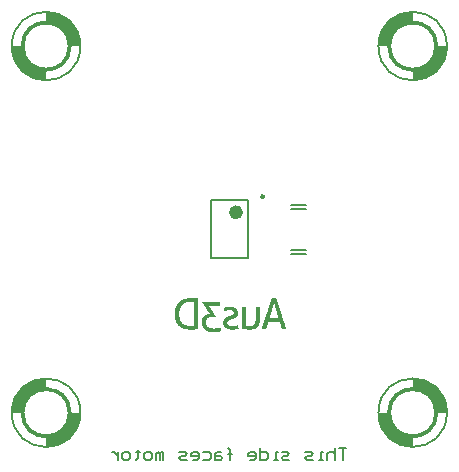
<source format=gbo>
G04 Layer_Color=32896*
%FSLAX44Y44*%
%MOMM*%
G71*
G01*
G75*
%ADD18C,0.2500*%
%ADD21C,0.2000*%
%ADD29C,0.6000*%
%ADD30C,0.1500*%
%ADD31C,0.3000*%
%ADD32C,0.1270*%
G36*
X24233Y-65855D02*
X24333Y-65871D01*
X24666D01*
X24733Y-65888D01*
X24833D01*
X25049Y-65905D01*
X25233Y-65938D01*
X25382Y-65955D01*
X25499D01*
X25599Y-65971D01*
X25682Y-65988D01*
X25732D01*
Y-66221D01*
Y-66405D01*
Y-66471D01*
Y-66521D01*
Y-66554D01*
Y-66571D01*
Y-66738D01*
Y-66888D01*
Y-66971D01*
Y-66988D01*
Y-67004D01*
Y-67271D01*
Y-67504D01*
Y-67688D01*
Y-67838D01*
Y-67937D01*
Y-68021D01*
Y-68054D01*
Y-68071D01*
Y-68137D01*
Y-68221D01*
Y-68421D01*
Y-68654D01*
Y-68904D01*
Y-69154D01*
Y-69354D01*
Y-69420D01*
Y-69487D01*
Y-69520D01*
Y-69537D01*
Y-69837D01*
Y-69987D01*
Y-70120D01*
Y-70237D01*
Y-70320D01*
Y-70387D01*
Y-70403D01*
Y-70803D01*
Y-71003D01*
Y-71187D01*
Y-71337D01*
Y-71453D01*
Y-71537D01*
Y-71570D01*
Y-71903D01*
Y-72236D01*
Y-72570D01*
Y-72886D01*
Y-73153D01*
Y-73269D01*
Y-73369D01*
Y-73436D01*
Y-73503D01*
Y-73536D01*
Y-73553D01*
Y-74003D01*
Y-74453D01*
Y-74919D01*
Y-75336D01*
Y-75519D01*
Y-75702D01*
Y-75852D01*
Y-75985D01*
Y-76102D01*
Y-76185D01*
Y-76235D01*
Y-76252D01*
X25716Y-76769D01*
X25699Y-77235D01*
X25666Y-77652D01*
X25633Y-78018D01*
X25616Y-78185D01*
X25599Y-78335D01*
Y-78451D01*
X25582Y-78551D01*
X25566Y-78635D01*
X25549Y-78701D01*
Y-78735D01*
Y-78751D01*
X25482Y-79151D01*
X25399Y-79535D01*
X25316Y-79868D01*
X25233Y-80151D01*
X25166Y-80384D01*
X25099Y-80568D01*
X25083Y-80634D01*
X25066Y-80684D01*
X25049Y-80701D01*
Y-80717D01*
X24916Y-81018D01*
X24783Y-81317D01*
X24649Y-81567D01*
X24516Y-81784D01*
X24399Y-81967D01*
X24316Y-82100D01*
X24249Y-82184D01*
X24233Y-82217D01*
X24049Y-82450D01*
X23866Y-82667D01*
X23700Y-82867D01*
X23533Y-83034D01*
X23400Y-83167D01*
X23283Y-83267D01*
X23216Y-83334D01*
X23183Y-83350D01*
X22950Y-83517D01*
X22733Y-83667D01*
X22517Y-83800D01*
X22317Y-83917D01*
X22150Y-84000D01*
X22017Y-84083D01*
X21933Y-84117D01*
X21900Y-84133D01*
X21367Y-84333D01*
X21117Y-84417D01*
X20884Y-84483D01*
X20700Y-84533D01*
X20550Y-84567D01*
X20450Y-84600D01*
X20417D01*
X20117Y-84650D01*
X19834Y-84700D01*
X19551Y-84733D01*
X19301Y-84767D01*
X19101Y-84800D01*
X18934Y-84817D01*
X18884D01*
X18834Y-84833D01*
X18801D01*
X18484Y-84850D01*
X18168Y-84867D01*
X17884Y-84883D01*
X17618D01*
X17385Y-84900D01*
X16718D01*
X16385Y-84883D01*
X16085D01*
X15802Y-84867D01*
X15568Y-84850D01*
X15385D01*
X15318Y-84833D01*
X15235D01*
X14902Y-84800D01*
X14585Y-84750D01*
X14285Y-84717D01*
X14019Y-84667D01*
X13786Y-84633D01*
X13619Y-84600D01*
X13552D01*
X13502Y-84583D01*
X13469D01*
X13136Y-84517D01*
X12836Y-84467D01*
X12552Y-84400D01*
X12319Y-84350D01*
X12103Y-84317D01*
X11953Y-84283D01*
X11853Y-84250D01*
X11819D01*
X11553Y-84183D01*
X11303Y-84117D01*
X11070Y-84050D01*
X10853Y-84000D01*
X10686Y-83967D01*
X10570Y-83933D01*
X10486Y-83900D01*
X10453D01*
Y-83700D01*
Y-83500D01*
Y-83334D01*
Y-83184D01*
Y-83050D01*
Y-82967D01*
Y-82900D01*
Y-82884D01*
Y-82584D01*
Y-82450D01*
Y-82334D01*
Y-82250D01*
Y-82167D01*
Y-82134D01*
Y-82117D01*
Y-81834D01*
Y-81584D01*
Y-81367D01*
Y-81201D01*
Y-81051D01*
Y-80968D01*
Y-80901D01*
Y-80884D01*
Y-80568D01*
Y-80401D01*
Y-80251D01*
Y-80134D01*
Y-80018D01*
Y-79951D01*
Y-79934D01*
Y-79784D01*
Y-79651D01*
Y-79568D01*
Y-79551D01*
Y-79535D01*
Y-79368D01*
Y-79218D01*
Y-79151D01*
Y-79101D01*
Y-79068D01*
Y-79051D01*
Y-78851D01*
Y-78651D01*
Y-78568D01*
Y-78501D01*
Y-78468D01*
Y-78451D01*
Y-78201D01*
Y-77952D01*
Y-77868D01*
Y-77785D01*
Y-77735D01*
Y-77718D01*
Y-77468D01*
Y-77202D01*
Y-76952D01*
Y-76719D01*
Y-76502D01*
Y-76352D01*
Y-76285D01*
Y-76235D01*
Y-76219D01*
Y-76202D01*
Y-75852D01*
Y-75502D01*
Y-75152D01*
Y-74836D01*
Y-74552D01*
Y-74436D01*
Y-74336D01*
Y-74253D01*
Y-74186D01*
Y-74153D01*
Y-74136D01*
Y-73569D01*
Y-72986D01*
Y-72403D01*
Y-72136D01*
Y-71870D01*
Y-71620D01*
Y-71403D01*
Y-71187D01*
Y-71020D01*
Y-70887D01*
Y-70770D01*
Y-70703D01*
Y-70687D01*
Y-69904D01*
Y-69104D01*
Y-68321D01*
Y-67937D01*
Y-67588D01*
Y-67254D01*
Y-66954D01*
Y-66671D01*
Y-66438D01*
Y-66255D01*
Y-66105D01*
Y-66021D01*
Y-65988D01*
X10603Y-65955D01*
X10736Y-65938D01*
X10836Y-65921D01*
X10870D01*
X11036Y-65905D01*
X11186D01*
X11253Y-65888D01*
X11336D01*
X11503Y-65871D01*
X11786D01*
X11936Y-65855D01*
X12069Y-65838D01*
X12369D01*
X12502Y-65855D01*
X12602Y-65871D01*
X12936D01*
X13052Y-65888D01*
X13086D01*
X13269Y-65905D01*
X13419D01*
X13519Y-65921D01*
X13552D01*
X13719Y-65938D01*
X13852Y-65971D01*
X13936Y-65988D01*
X13969D01*
Y-66171D01*
Y-66338D01*
Y-66488D01*
Y-66621D01*
Y-66721D01*
Y-66804D01*
Y-66854D01*
Y-66871D01*
Y-67121D01*
Y-67238D01*
Y-67338D01*
Y-67421D01*
Y-67488D01*
Y-67521D01*
Y-67538D01*
Y-67854D01*
Y-68137D01*
Y-68371D01*
Y-68537D01*
Y-68687D01*
Y-68771D01*
Y-68837D01*
Y-68854D01*
Y-69021D01*
Y-69237D01*
Y-69454D01*
Y-69670D01*
Y-69870D01*
Y-70037D01*
Y-70104D01*
Y-70154D01*
Y-70170D01*
Y-70187D01*
Y-70370D01*
Y-70537D01*
Y-70603D01*
Y-70654D01*
Y-70687D01*
Y-70703D01*
Y-70920D01*
Y-71120D01*
Y-71203D01*
Y-71270D01*
Y-71320D01*
Y-71337D01*
Y-71553D01*
Y-71770D01*
Y-71986D01*
Y-72186D01*
Y-72370D01*
Y-72503D01*
Y-72603D01*
Y-72620D01*
Y-72636D01*
Y-72936D01*
Y-73236D01*
Y-73536D01*
Y-73819D01*
Y-74053D01*
Y-74253D01*
Y-74319D01*
Y-74369D01*
Y-74402D01*
Y-74419D01*
Y-74919D01*
Y-75436D01*
Y-75935D01*
Y-76419D01*
Y-76635D01*
Y-76835D01*
Y-77002D01*
Y-77152D01*
Y-77285D01*
Y-77368D01*
Y-77435D01*
Y-77452D01*
Y-78135D01*
Y-78818D01*
Y-79501D01*
Y-79834D01*
Y-80134D01*
Y-80434D01*
Y-80684D01*
Y-80934D01*
Y-81134D01*
Y-81284D01*
Y-81417D01*
Y-81484D01*
Y-81517D01*
X14469Y-81651D01*
X14719Y-81701D01*
X14935Y-81734D01*
X15135Y-81767D01*
X15285Y-81801D01*
X15385Y-81817D01*
X15418D01*
X16002Y-81867D01*
X16285Y-81884D01*
X16552D01*
X16785Y-81901D01*
X17118D01*
X17551Y-81884D01*
X17751D01*
X17918Y-81867D01*
X18068D01*
X18168Y-81851D01*
X18268D01*
X18468Y-81817D01*
X18651Y-81784D01*
X18817Y-81751D01*
X18967Y-81717D01*
X19101Y-81701D01*
X19184Y-81667D01*
X19251Y-81651D01*
X19267D01*
X19601Y-81551D01*
X19751Y-81484D01*
X19884Y-81434D01*
X20001Y-81384D01*
X20084Y-81334D01*
X20134Y-81317D01*
X20150Y-81301D01*
X20417Y-81117D01*
X20550Y-81034D01*
X20650Y-80951D01*
X20734Y-80884D01*
X20800Y-80817D01*
X20850Y-80784D01*
X20867Y-80767D01*
X21084Y-80501D01*
X21267Y-80251D01*
X21334Y-80134D01*
X21384Y-80051D01*
X21417Y-80001D01*
X21433Y-79984D01*
X21600Y-79634D01*
X21667Y-79468D01*
X21734Y-79318D01*
X21767Y-79168D01*
X21800Y-79068D01*
X21833Y-79001D01*
Y-78968D01*
X21950Y-78535D01*
X21983Y-78318D01*
X22017Y-78118D01*
X22050Y-77952D01*
X22067Y-77818D01*
X22083Y-77735D01*
Y-77702D01*
X22117Y-77152D01*
X22133Y-76885D01*
Y-76635D01*
X22150Y-76419D01*
Y-76269D01*
Y-76202D01*
Y-76152D01*
Y-76135D01*
Y-76119D01*
Y-75885D01*
Y-75702D01*
Y-75635D01*
Y-75585D01*
Y-75552D01*
Y-75535D01*
Y-75352D01*
Y-75219D01*
Y-75119D01*
Y-75102D01*
Y-75086D01*
Y-74819D01*
Y-74602D01*
Y-74436D01*
Y-74286D01*
Y-74186D01*
Y-74103D01*
Y-74069D01*
Y-74053D01*
Y-73986D01*
Y-73903D01*
Y-73703D01*
Y-73469D01*
Y-73219D01*
Y-72986D01*
Y-72786D01*
Y-72720D01*
Y-72653D01*
Y-72620D01*
Y-72603D01*
Y-72320D01*
Y-72170D01*
Y-72036D01*
Y-71920D01*
Y-71837D01*
Y-71770D01*
Y-71753D01*
Y-71370D01*
Y-71170D01*
Y-71003D01*
Y-70853D01*
Y-70720D01*
Y-70654D01*
Y-70620D01*
Y-70287D01*
Y-69954D01*
Y-69620D01*
Y-69321D01*
Y-69054D01*
Y-68937D01*
Y-68837D01*
Y-68754D01*
Y-68704D01*
Y-68671D01*
Y-68654D01*
Y-68204D01*
Y-67754D01*
Y-67304D01*
Y-66888D01*
Y-66705D01*
Y-66521D01*
Y-66371D01*
Y-66238D01*
Y-66138D01*
Y-66055D01*
Y-66005D01*
Y-65988D01*
X22317Y-65955D01*
X22450Y-65938D01*
X22550Y-65921D01*
X22583D01*
X22750Y-65905D01*
X22900D01*
X23017Y-65888D01*
X23050D01*
X23233Y-65871D01*
X23550D01*
X23700Y-65855D01*
X23833Y-65838D01*
X24100D01*
X24233Y-65855D01*
D02*
G37*
G36*
X-8026Y-61372D02*
X-8009Y-61506D01*
X-7992Y-61606D01*
X-7976Y-61622D01*
Y-61639D01*
X-7959Y-61789D01*
Y-61922D01*
X-7942Y-62022D01*
Y-62039D01*
Y-62056D01*
X-7926Y-62222D01*
Y-62356D01*
X-7909Y-62456D01*
Y-62472D01*
Y-62489D01*
Y-62639D01*
Y-62755D01*
Y-62855D01*
Y-62872D01*
Y-62889D01*
Y-63189D01*
X-7926Y-63322D01*
Y-63455D01*
Y-63555D01*
X-7942Y-63639D01*
Y-63689D01*
Y-63705D01*
X-7976Y-63972D01*
X-7992Y-64105D01*
X-8009Y-64205D01*
X-8026Y-64305D01*
X-8042Y-64372D01*
X-8059Y-64422D01*
Y-64438D01*
X-17306D01*
X-16940Y-65022D01*
X-16573Y-65588D01*
X-16240Y-66138D01*
X-15907Y-66655D01*
X-15574Y-67171D01*
X-15274Y-67654D01*
X-14974Y-68137D01*
X-14674Y-68587D01*
X-14407Y-69021D01*
X-14141Y-69437D01*
X-13891Y-69837D01*
X-13641Y-70220D01*
X-13424Y-70570D01*
X-13208Y-70920D01*
X-12991Y-71237D01*
X-12808Y-71553D01*
X-12624Y-71837D01*
X-12441Y-72103D01*
X-12291Y-72353D01*
X-12141Y-72586D01*
X-12008Y-72803D01*
X-11875Y-72986D01*
X-11775Y-73169D01*
X-11675Y-73319D01*
X-11575Y-73469D01*
X-11508Y-73586D01*
X-11441Y-73686D01*
X-11391Y-73769D01*
X-11341Y-73836D01*
X-11308Y-73886D01*
X-11291Y-73903D01*
Y-73919D01*
X-11341Y-74003D01*
X-11375Y-74036D01*
Y-74053D01*
Y-74069D01*
X-11408Y-74103D01*
X-11441Y-74153D01*
X-11475Y-74219D01*
X-11525Y-74286D01*
X-11558Y-74352D01*
X-11575Y-74386D01*
X-11591Y-74402D01*
X-11858Y-74352D01*
X-12075Y-74303D01*
X-12175Y-74286D01*
X-12241D01*
X-12291Y-74269D01*
X-12308D01*
X-12591Y-74219D01*
X-12708Y-74202D01*
X-12824Y-74186D01*
X-12924D01*
X-12991Y-74169D01*
X-13058D01*
X-13324Y-74153D01*
X-13541D01*
X-13641Y-74136D01*
X-13774D01*
X-14041Y-74119D01*
X-14507D01*
X-14941Y-74136D01*
X-15340Y-74153D01*
X-15707Y-74202D01*
X-16023Y-74253D01*
X-16290Y-74303D01*
X-16390Y-74319D01*
X-16490Y-74336D01*
X-16557Y-74352D01*
X-16607Y-74369D01*
X-16640Y-74386D01*
X-16657D01*
X-17007Y-74503D01*
X-17323Y-74636D01*
X-17623Y-74769D01*
X-17873Y-74902D01*
X-18073Y-75019D01*
X-18240Y-75119D01*
X-18340Y-75186D01*
X-18373Y-75202D01*
X-18640Y-75419D01*
X-18856Y-75635D01*
X-19039Y-75869D01*
X-19206Y-76085D01*
X-19323Y-76269D01*
X-19406Y-76435D01*
X-19456Y-76535D01*
X-19473Y-76552D01*
Y-76569D01*
X-19606Y-76885D01*
X-19689Y-77218D01*
X-19756Y-77552D01*
X-19806Y-77852D01*
X-19839Y-78118D01*
Y-78235D01*
X-19856Y-78335D01*
Y-78401D01*
Y-78468D01*
Y-78501D01*
Y-78518D01*
Y-78785D01*
X-19839Y-79051D01*
X-19806Y-79285D01*
X-19789Y-79485D01*
X-19756Y-79668D01*
X-19723Y-79784D01*
X-19706Y-79868D01*
Y-79901D01*
X-19656Y-80118D01*
X-19589Y-80334D01*
X-19539Y-80518D01*
X-19473Y-80684D01*
X-19406Y-80834D01*
X-19373Y-80934D01*
X-19339Y-81001D01*
X-19323Y-81018D01*
X-19223Y-81201D01*
X-19123Y-81384D01*
X-19006Y-81534D01*
X-18923Y-81684D01*
X-18839Y-81784D01*
X-18773Y-81884D01*
X-18723Y-81934D01*
X-18706Y-81951D01*
X-18440Y-82250D01*
X-18306Y-82384D01*
X-18173Y-82484D01*
X-18073Y-82584D01*
X-17990Y-82650D01*
X-17923Y-82684D01*
X-17906Y-82700D01*
X-17573Y-82934D01*
X-17407Y-83034D01*
X-17257Y-83100D01*
X-17140Y-83167D01*
X-17023Y-83217D01*
X-16957Y-83250D01*
X-16940Y-83267D01*
X-16557Y-83417D01*
X-16373Y-83483D01*
X-16190Y-83533D01*
X-16040Y-83583D01*
X-15924Y-83617D01*
X-15857Y-83650D01*
X-15824D01*
X-15374Y-83733D01*
X-15157Y-83783D01*
X-14974Y-83800D01*
X-14807Y-83833D01*
X-14691Y-83850D01*
X-14607Y-83867D01*
X-14574D01*
X-14107Y-83900D01*
X-13874Y-83917D01*
X-13674D01*
X-13491Y-83933D01*
X-12941D01*
X-12658Y-83917D01*
X-12408D01*
X-12175Y-83900D01*
X-11975Y-83883D01*
X-11841D01*
X-11741Y-83867D01*
X-11708D01*
X-11441Y-83833D01*
X-11191Y-83800D01*
X-10975Y-83767D01*
X-10758Y-83733D01*
X-10592Y-83700D01*
X-10475Y-83667D01*
X-10392Y-83650D01*
X-10358D01*
X-9892Y-83517D01*
X-9692Y-83467D01*
X-9509Y-83417D01*
X-9342Y-83367D01*
X-9225Y-83334D01*
X-9159Y-83300D01*
X-9125D01*
X-8692Y-83150D01*
X-8492Y-83084D01*
X-8309Y-83017D01*
X-8159Y-82967D01*
X-8042Y-82917D01*
X-7976Y-82900D01*
X-7942Y-82884D01*
X-7792Y-83150D01*
X-7726Y-83284D01*
X-7676Y-83384D01*
X-7626Y-83483D01*
X-7592Y-83550D01*
X-7576Y-83600D01*
X-7559Y-83617D01*
X-7442Y-83883D01*
X-7392Y-84017D01*
X-7342Y-84133D01*
X-7292Y-84233D01*
X-7276Y-84300D01*
X-7243Y-84350D01*
Y-84367D01*
X-7143Y-84633D01*
X-7092Y-84767D01*
X-7059Y-84883D01*
X-7026Y-84983D01*
X-6992Y-85066D01*
X-6976Y-85116D01*
Y-85133D01*
X-6909Y-85416D01*
X-6892Y-85550D01*
X-6859Y-85666D01*
X-6843Y-85766D01*
Y-85850D01*
X-6826Y-85899D01*
Y-85916D01*
X-7392Y-86133D01*
X-7659Y-86216D01*
X-7892Y-86299D01*
X-8092Y-86366D01*
X-8259Y-86399D01*
X-8359Y-86433D01*
X-8375Y-86449D01*
X-8392D01*
X-8959Y-86599D01*
X-9225Y-86666D01*
X-9475Y-86716D01*
X-9675Y-86749D01*
X-9842Y-86783D01*
X-9942Y-86816D01*
X-9975D01*
X-10558Y-86899D01*
X-10841Y-86949D01*
X-11092Y-86966D01*
X-11291Y-86999D01*
X-11458Y-87016D01*
X-11525D01*
X-11575Y-87033D01*
X-11608D01*
X-11925Y-87049D01*
X-12241Y-87066D01*
X-12541Y-87083D01*
X-12808D01*
X-13024Y-87099D01*
X-13741D01*
X-14107Y-87083D01*
X-14457Y-87066D01*
X-14757Y-87033D01*
X-15007Y-87016D01*
X-15107D01*
X-15207Y-86999D01*
X-15274D01*
X-15324Y-86983D01*
X-15374D01*
X-15740Y-86916D01*
X-16090Y-86849D01*
X-16407Y-86783D01*
X-16690Y-86733D01*
X-16940Y-86666D01*
X-17123Y-86616D01*
X-17190Y-86599D01*
X-17240D01*
X-17257Y-86583D01*
X-17273D01*
X-17607Y-86483D01*
X-17923Y-86366D01*
X-18223Y-86250D01*
X-18490Y-86150D01*
X-18706Y-86049D01*
X-18873Y-85983D01*
X-18923Y-85949D01*
X-18973Y-85933D01*
X-18989Y-85916D01*
X-19006D01*
X-19289Y-85766D01*
X-19573Y-85600D01*
X-19823Y-85433D01*
X-20056Y-85283D01*
X-20239Y-85150D01*
X-20389Y-85050D01*
X-20472Y-84966D01*
X-20506Y-84950D01*
X-20756Y-84733D01*
X-20989Y-84517D01*
X-21189Y-84317D01*
X-21372Y-84133D01*
X-21522Y-83967D01*
X-21639Y-83833D01*
X-21722Y-83750D01*
X-21739Y-83717D01*
X-21922Y-83450D01*
X-22105Y-83184D01*
X-22255Y-82917D01*
X-22405Y-82684D01*
X-22505Y-82484D01*
X-22605Y-82317D01*
X-22638Y-82267D01*
X-22655Y-82217D01*
X-22672Y-82200D01*
Y-82184D01*
X-22822Y-81867D01*
X-22938Y-81534D01*
X-23038Y-81217D01*
X-23138Y-80934D01*
X-23205Y-80701D01*
X-23222Y-80584D01*
X-23255Y-80501D01*
X-23272Y-80434D01*
Y-80384D01*
X-23288Y-80351D01*
Y-80334D01*
X-23355Y-79951D01*
X-23405Y-79584D01*
X-23438Y-79218D01*
X-23472Y-78885D01*
Y-78601D01*
X-23488Y-78485D01*
Y-78385D01*
Y-78302D01*
Y-78235D01*
Y-78201D01*
Y-78185D01*
X-23472Y-77752D01*
X-23455Y-77568D01*
X-23438Y-77385D01*
X-23422Y-77252D01*
X-23405Y-77135D01*
X-23388Y-77052D01*
Y-77035D01*
X-23305Y-76602D01*
X-23255Y-76402D01*
X-23205Y-76235D01*
X-23155Y-76085D01*
X-23122Y-75969D01*
X-23105Y-75902D01*
X-23088Y-75869D01*
X-22922Y-75452D01*
X-22838Y-75252D01*
X-22755Y-75086D01*
X-22672Y-74952D01*
X-22622Y-74852D01*
X-22589Y-74769D01*
X-22572Y-74752D01*
X-22455Y-74552D01*
X-22339Y-74369D01*
X-22222Y-74186D01*
X-22105Y-74053D01*
X-22022Y-73919D01*
X-21939Y-73836D01*
X-21889Y-73769D01*
X-21872Y-73753D01*
X-21556Y-73403D01*
X-21405Y-73253D01*
X-21272Y-73136D01*
X-21139Y-73019D01*
X-21039Y-72936D01*
X-20972Y-72886D01*
X-20956Y-72870D01*
X-20572Y-72603D01*
X-20389Y-72486D01*
X-20206Y-72386D01*
X-20056Y-72303D01*
X-19939Y-72236D01*
X-19873Y-72203D01*
X-19839Y-72186D01*
X-19356Y-72003D01*
X-19123Y-71920D01*
X-18923Y-71870D01*
X-18740Y-71820D01*
X-18606Y-71786D01*
X-18506Y-71753D01*
X-18473D01*
X-17923Y-71670D01*
X-17657Y-71637D01*
X-17407Y-71620D01*
X-17190Y-71603D01*
X-16473D01*
X-16390Y-71620D01*
X-16357Y-71637D01*
X-16340D01*
X-16740Y-71020D01*
X-17140Y-70420D01*
X-17523Y-69854D01*
X-17890Y-69304D01*
X-18240Y-68771D01*
X-18573Y-68254D01*
X-18906Y-67754D01*
X-19223Y-67271D01*
X-19523Y-66821D01*
X-19806Y-66371D01*
X-20089Y-65955D01*
X-20356Y-65555D01*
X-20606Y-65171D01*
X-20839Y-64822D01*
X-21056Y-64472D01*
X-21272Y-64155D01*
X-21472Y-63855D01*
X-21655Y-63572D01*
X-21839Y-63305D01*
X-21989Y-63055D01*
X-22139Y-62839D01*
X-22272Y-62639D01*
X-22405Y-62439D01*
X-22505Y-62272D01*
X-22605Y-62139D01*
X-22689Y-62006D01*
X-22755Y-61906D01*
X-22822Y-61806D01*
X-22872Y-61739D01*
X-22888Y-61689D01*
X-22922Y-61672D01*
Y-61656D01*
X-22805Y-61473D01*
X-22722Y-61339D01*
X-22672Y-61256D01*
X-22655Y-61239D01*
X-8059D01*
X-8026Y-61372D01*
D02*
G37*
G36*
X-126200Y-160000D02*
X-127250Y-162350D01*
X-127900Y-166250D01*
X-129850Y-168200D01*
Y-170150D01*
X-134400Y-174700D01*
Y-175350D01*
X-138950Y-179900D01*
X-140900D01*
X-142850Y-181850D01*
X-145450D01*
X-147400Y-183800D01*
X-151950D01*
X-152600Y-184450D01*
X-155200D01*
Y-175350D01*
X-151950D01*
X-150650Y-174050D01*
X-146750D01*
X-142850Y-170150D01*
X-142200D01*
X-137650Y-165600D01*
Y-164300D01*
X-135700Y-162350D01*
Y-155700D01*
X-135200Y-155200D01*
X-126200D01*
Y-160000D01*
D02*
G37*
G36*
X-31320Y-58190D02*
X-31020D01*
X-30703Y-58207D01*
X-30387Y-58223D01*
X-30087Y-58240D01*
X-29837Y-58257D01*
X-29603Y-58273D01*
X-29437D01*
X-29370Y-58290D01*
X-29287D01*
X-28987Y-58307D01*
X-28704Y-58340D01*
X-28454Y-58357D01*
X-28237Y-58373D01*
X-28070Y-58390D01*
X-27937Y-58407D01*
X-27854Y-58423D01*
X-27820D01*
X-27337Y-58473D01*
X-27121Y-58490D01*
X-26904Y-58507D01*
X-26737Y-58523D01*
X-26604Y-58540D01*
X-26521Y-58557D01*
X-26321D01*
Y-58857D01*
Y-59140D01*
Y-59390D01*
Y-59606D01*
Y-59790D01*
Y-59906D01*
Y-59990D01*
Y-60023D01*
Y-60256D01*
Y-60456D01*
Y-60656D01*
Y-60823D01*
Y-60956D01*
Y-61056D01*
Y-61123D01*
Y-61139D01*
Y-61556D01*
Y-61906D01*
Y-62206D01*
Y-62456D01*
Y-62656D01*
Y-62789D01*
Y-62872D01*
Y-62905D01*
Y-63139D01*
Y-63372D01*
Y-63605D01*
Y-63822D01*
Y-64022D01*
Y-64172D01*
Y-64272D01*
Y-64288D01*
Y-64305D01*
Y-64505D01*
Y-64688D01*
Y-64755D01*
Y-64822D01*
Y-64855D01*
Y-64872D01*
Y-65105D01*
Y-65338D01*
Y-65422D01*
Y-65505D01*
Y-65555D01*
Y-65571D01*
Y-65871D01*
Y-66005D01*
Y-66138D01*
Y-66255D01*
Y-66338D01*
Y-66405D01*
Y-66421D01*
Y-66788D01*
Y-66971D01*
Y-67138D01*
Y-67288D01*
Y-67404D01*
Y-67471D01*
Y-67504D01*
Y-67871D01*
Y-68237D01*
Y-68604D01*
Y-68954D01*
Y-69254D01*
Y-69387D01*
Y-69487D01*
Y-69587D01*
Y-69654D01*
Y-69687D01*
Y-69704D01*
Y-70187D01*
Y-70703D01*
Y-71187D01*
Y-71637D01*
Y-71853D01*
Y-72036D01*
Y-72203D01*
Y-72353D01*
Y-72470D01*
Y-72570D01*
Y-72620D01*
Y-72636D01*
Y-73036D01*
Y-73469D01*
Y-74319D01*
Y-75169D01*
Y-75569D01*
Y-75952D01*
Y-76319D01*
Y-76652D01*
Y-76935D01*
Y-77202D01*
Y-77402D01*
Y-77552D01*
Y-77652D01*
Y-77668D01*
Y-77685D01*
Y-78235D01*
Y-78801D01*
Y-79968D01*
Y-80534D01*
Y-81101D01*
Y-81651D01*
Y-82167D01*
Y-82650D01*
Y-83084D01*
Y-83483D01*
Y-83817D01*
Y-83967D01*
Y-84083D01*
Y-84200D01*
Y-84300D01*
Y-84367D01*
Y-84417D01*
Y-84450D01*
Y-84467D01*
X-26787Y-84533D01*
X-27004Y-84567D01*
X-27221Y-84583D01*
X-27387Y-84600D01*
X-27537Y-84616D01*
X-27621Y-84633D01*
X-27654D01*
X-28187Y-84683D01*
X-28454Y-84700D01*
X-28687Y-84717D01*
X-28887Y-84733D01*
X-29053Y-84750D01*
X-29104Y-84767D01*
X-29187D01*
X-29487Y-84800D01*
X-29787Y-84817D01*
X-30070Y-84833D01*
X-30320Y-84850D01*
X-30536Y-84867D01*
X-30703Y-84883D01*
X-31170D01*
X-31470Y-84900D01*
X-32536D01*
X-33169Y-84883D01*
X-33769Y-84867D01*
X-34352Y-84817D01*
X-34902Y-84767D01*
X-35435Y-84717D01*
X-35918Y-84633D01*
X-36385Y-84567D01*
X-36802Y-84483D01*
X-37185Y-84417D01*
X-37518Y-84333D01*
X-37818Y-84267D01*
X-38068Y-84217D01*
X-38251Y-84150D01*
X-38401Y-84117D01*
X-38484Y-84100D01*
X-38518Y-84083D01*
X-38984Y-83917D01*
X-39434Y-83750D01*
X-39867Y-83550D01*
X-40267Y-83350D01*
X-40651Y-83150D01*
X-41000Y-82950D01*
X-41317Y-82734D01*
X-41617Y-82550D01*
X-41884Y-82351D01*
X-42117Y-82184D01*
X-42317Y-82017D01*
X-42483Y-81884D01*
X-42617Y-81767D01*
X-42700Y-81684D01*
X-42767Y-81634D01*
X-42783Y-81617D01*
X-43100Y-81301D01*
X-43400Y-80968D01*
X-43667Y-80634D01*
X-43916Y-80284D01*
X-44150Y-79934D01*
X-44366Y-79584D01*
X-44566Y-79251D01*
X-44733Y-78935D01*
X-44883Y-78635D01*
X-45016Y-78351D01*
X-45133Y-78102D01*
X-45216Y-77885D01*
X-45299Y-77718D01*
X-45349Y-77585D01*
X-45366Y-77502D01*
X-45383Y-77468D01*
X-45533Y-76985D01*
X-45666Y-76485D01*
X-45783Y-75985D01*
X-45883Y-75486D01*
X-45966Y-74986D01*
X-46033Y-74503D01*
X-46099Y-74019D01*
X-46149Y-73569D01*
X-46182Y-73153D01*
X-46199Y-72770D01*
X-46216Y-72436D01*
X-46233Y-72136D01*
X-46249Y-71903D01*
Y-71803D01*
Y-71720D01*
Y-71653D01*
Y-71603D01*
Y-71586D01*
Y-71570D01*
X-46233Y-70970D01*
X-46216Y-70387D01*
X-46166Y-69837D01*
X-46116Y-69304D01*
X-46049Y-68804D01*
X-45982Y-68321D01*
X-45899Y-67888D01*
X-45833Y-67488D01*
X-45749Y-67121D01*
X-45666Y-66788D01*
X-45599Y-66505D01*
X-45533Y-66271D01*
X-45483Y-66088D01*
X-45433Y-65955D01*
X-45416Y-65871D01*
X-45399Y-65838D01*
X-45233Y-65388D01*
X-45049Y-64955D01*
X-44850Y-64538D01*
X-44650Y-64138D01*
X-44433Y-63772D01*
X-44233Y-63422D01*
X-44016Y-63105D01*
X-43816Y-62806D01*
X-43616Y-62539D01*
X-43450Y-62306D01*
X-43283Y-62106D01*
X-43150Y-61939D01*
X-43033Y-61806D01*
X-42933Y-61706D01*
X-42883Y-61639D01*
X-42867Y-61622D01*
X-42533Y-61306D01*
X-42200Y-61006D01*
X-41850Y-60739D01*
X-41484Y-60489D01*
X-41134Y-60256D01*
X-40784Y-60040D01*
X-40434Y-59856D01*
X-40117Y-59673D01*
X-39801Y-59523D01*
X-39534Y-59406D01*
X-39268Y-59290D01*
X-39051Y-59206D01*
X-38884Y-59123D01*
X-38751Y-59073D01*
X-38668Y-59056D01*
X-38634Y-59040D01*
X-38151Y-58890D01*
X-37651Y-58756D01*
X-37135Y-58640D01*
X-36635Y-58540D01*
X-36118Y-58457D01*
X-35635Y-58390D01*
X-35152Y-58323D01*
X-34702Y-58273D01*
X-34286Y-58240D01*
X-33902Y-58223D01*
X-33552Y-58207D01*
X-33252Y-58190D01*
X-33019Y-58173D01*
X-31536D01*
X-31320Y-58190D01*
D02*
G37*
G36*
X1039Y-65588D02*
X1589Y-65621D01*
X1855Y-65655D01*
X2105Y-65688D01*
X2322Y-65721D01*
X2538Y-65738D01*
X2722Y-65771D01*
X2888Y-65805D01*
X3038Y-65838D01*
X3155Y-65871D01*
X3255Y-65888D01*
X3322Y-65905D01*
X3372Y-65921D01*
X3388D01*
X3855Y-66071D01*
X4271Y-66238D01*
X4638Y-66421D01*
X4954Y-66604D01*
X5204Y-66754D01*
X5304Y-66821D01*
X5388Y-66888D01*
X5471Y-66938D01*
X5521Y-66971D01*
X5538Y-66988D01*
X5554Y-67004D01*
X5871Y-67288D01*
X6137Y-67571D01*
X6354Y-67854D01*
X6537Y-68121D01*
X6687Y-68354D01*
X6787Y-68537D01*
X6821Y-68604D01*
X6854Y-68654D01*
X6871Y-68687D01*
Y-68704D01*
X7021Y-69071D01*
X7121Y-69454D01*
X7204Y-69820D01*
X7254Y-70170D01*
X7287Y-70454D01*
Y-70587D01*
X7304Y-70687D01*
Y-70787D01*
Y-70853D01*
Y-70887D01*
Y-70903D01*
X7287Y-71237D01*
X7271Y-71537D01*
X7221Y-71803D01*
X7171Y-72053D01*
X7137Y-72253D01*
X7087Y-72386D01*
X7071Y-72486D01*
X7054Y-72503D01*
Y-72520D01*
X6937Y-72786D01*
X6821Y-73036D01*
X6687Y-73253D01*
X6554Y-73436D01*
X6437Y-73586D01*
X6337Y-73703D01*
X6271Y-73769D01*
X6254Y-73803D01*
X6054Y-74003D01*
X5821Y-74186D01*
X5604Y-74352D01*
X5388Y-74503D01*
X5188Y-74636D01*
X5038Y-74736D01*
X4938Y-74802D01*
X4921Y-74819D01*
X4904D01*
X4571Y-75002D01*
X4238Y-75169D01*
X3905Y-75336D01*
X3588Y-75469D01*
X3322Y-75569D01*
X3205Y-75619D01*
X3105Y-75669D01*
X3038Y-75686D01*
X2972Y-75719D01*
X2938Y-75736D01*
X2922D01*
X2788Y-75785D01*
X2672Y-75835D01*
X2605Y-75852D01*
X2572Y-75869D01*
X2538Y-75885D01*
X2522Y-75902D01*
X2488D01*
X2422Y-75935D01*
X2288Y-75985D01*
X2122Y-76052D01*
X1955Y-76102D01*
X1805Y-76169D01*
X1689Y-76202D01*
X1672Y-76219D01*
X1655D01*
X1405Y-76302D01*
X1189Y-76369D01*
X1089Y-76385D01*
X1022Y-76419D01*
X989Y-76435D01*
X972D01*
X739Y-76519D01*
X539Y-76585D01*
X472Y-76602D01*
X406Y-76635D01*
X372Y-76652D01*
X356D01*
X139Y-76752D01*
X-28Y-76835D01*
X-94Y-76869D01*
X-144Y-76902D01*
X-161Y-76919D01*
X-178D01*
X-361Y-77035D01*
X-527Y-77119D01*
X-594Y-77168D01*
X-644Y-77185D01*
X-661Y-77218D01*
X-677D01*
X-844Y-77352D01*
X-961Y-77468D01*
X-1044Y-77552D01*
X-1077Y-77568D01*
Y-77585D01*
X-1211Y-77735D01*
X-1311Y-77868D01*
X-1377Y-77985D01*
X-1394Y-78002D01*
Y-78018D01*
X-1494Y-78185D01*
X-1561Y-78351D01*
X-1577Y-78435D01*
X-1594Y-78485D01*
X-1611Y-78518D01*
Y-78535D01*
X-1644Y-78768D01*
X-1661Y-78985D01*
Y-79085D01*
Y-79151D01*
Y-79201D01*
Y-79218D01*
X-1644Y-79451D01*
X-1627Y-79651D01*
X-1611Y-79718D01*
Y-79784D01*
X-1594Y-79818D01*
Y-79834D01*
X-1511Y-80051D01*
X-1427Y-80218D01*
X-1394Y-80284D01*
X-1361Y-80318D01*
X-1344Y-80351D01*
X-1327Y-80368D01*
X-1194Y-80551D01*
X-1061Y-80717D01*
X-1011Y-80784D01*
X-961Y-80834D01*
X-944Y-80851D01*
X-927Y-80868D01*
X-761Y-81034D01*
X-594Y-81151D01*
X-527Y-81201D01*
X-477Y-81234D01*
X-444Y-81267D01*
X-428D01*
X-211Y-81384D01*
X-11Y-81484D01*
X72Y-81517D01*
X139Y-81551D01*
X172Y-81567D01*
X189D01*
X439Y-81667D01*
X655Y-81734D01*
X755Y-81767D01*
X822Y-81784D01*
X872Y-81801D01*
X889D01*
X1172Y-81867D01*
X1305Y-81884D01*
X1422Y-81901D01*
X1522Y-81917D01*
X1605Y-81934D01*
X1672D01*
X1955Y-81951D01*
X2088D01*
X2222Y-81967D01*
X2472D01*
X2905Y-81951D01*
X3088D01*
X3271Y-81934D01*
X3422D01*
X3538Y-81917D01*
X3638D01*
X4071Y-81867D01*
X4255Y-81834D01*
X4438Y-81817D01*
X4588Y-81784D01*
X4705Y-81767D01*
X4771Y-81751D01*
X4805D01*
X5221Y-81651D01*
X5421Y-81601D01*
X5588Y-81567D01*
X5721Y-81534D01*
X5821Y-81501D01*
X5904Y-81484D01*
X5921D01*
X6304Y-81351D01*
X6487Y-81301D01*
X6637Y-81234D01*
X6771Y-81184D01*
X6871Y-81151D01*
X6937Y-81134D01*
X6954Y-81117D01*
X7054Y-81384D01*
X7104Y-81517D01*
X7137Y-81617D01*
X7171Y-81717D01*
X7204Y-81784D01*
X7221Y-81834D01*
Y-81851D01*
X7321Y-82117D01*
X7354Y-82234D01*
X7387Y-82351D01*
X7420Y-82434D01*
X7454Y-82500D01*
X7470Y-82550D01*
Y-82567D01*
X7554Y-82850D01*
X7587Y-82967D01*
X7620Y-83084D01*
X7637Y-83184D01*
X7654Y-83250D01*
X7670Y-83300D01*
Y-83317D01*
X7720Y-83583D01*
X7737Y-83800D01*
X7754Y-83900D01*
X7770Y-83967D01*
Y-84017D01*
Y-84033D01*
X7354Y-84183D01*
X7154Y-84233D01*
X6987Y-84283D01*
X6821Y-84333D01*
X6704Y-84367D01*
X6637Y-84383D01*
X6604D01*
X6154Y-84500D01*
X5954Y-84550D01*
X5754Y-84583D01*
X5588Y-84616D01*
X5471Y-84650D01*
X5388Y-84667D01*
X5354D01*
X4854Y-84750D01*
X4621Y-84783D01*
X4405Y-84800D01*
X4221Y-84833D01*
X4088D01*
X3988Y-84850D01*
X3955D01*
X3372Y-84883D01*
X3105D01*
X2855Y-84900D01*
X2022D01*
X1722Y-84883D01*
X1439Y-84867D01*
X1205Y-84850D01*
X1005Y-84833D01*
X856Y-84817D01*
X755Y-84800D01*
X722D01*
X439Y-84750D01*
X156Y-84700D01*
X-94Y-84650D01*
X-311Y-84583D01*
X-494Y-84533D01*
X-644Y-84500D01*
X-728Y-84483D01*
X-761Y-84467D01*
X-1027Y-84383D01*
X-1261Y-84300D01*
X-1494Y-84200D01*
X-1677Y-84133D01*
X-1844Y-84050D01*
X-1961Y-84000D01*
X-2027Y-83967D01*
X-2060Y-83950D01*
X-2277Y-83833D01*
X-2494Y-83717D01*
X-2677Y-83600D01*
X-2844Y-83500D01*
X-2977Y-83400D01*
X-3077Y-83334D01*
X-3144Y-83284D01*
X-3160Y-83267D01*
X-3343Y-83117D01*
X-3527Y-82967D01*
X-3677Y-82817D01*
X-3810Y-82684D01*
X-3910Y-82584D01*
X-3993Y-82500D01*
X-4043Y-82434D01*
X-4060Y-82417D01*
X-4310Y-82051D01*
X-4426Y-81884D01*
X-4527Y-81734D01*
X-4593Y-81601D01*
X-4660Y-81484D01*
X-4693Y-81417D01*
X-4710Y-81401D01*
X-4893Y-80984D01*
X-4960Y-80784D01*
X-5010Y-80601D01*
X-5060Y-80451D01*
X-5093Y-80334D01*
X-5110Y-80268D01*
Y-80234D01*
X-5193Y-79768D01*
X-5210Y-79551D01*
X-5226Y-79368D01*
X-5243Y-79201D01*
Y-79068D01*
Y-78985D01*
Y-78951D01*
Y-78735D01*
X-5226Y-78535D01*
X-5210Y-78351D01*
X-5193Y-78185D01*
X-5176Y-78052D01*
X-5160Y-77935D01*
X-5143Y-77868D01*
Y-77852D01*
X-5076Y-77502D01*
X-5043Y-77335D01*
X-5010Y-77202D01*
X-4960Y-77085D01*
X-4943Y-76985D01*
X-4910Y-76935D01*
Y-76919D01*
X-4760Y-76619D01*
X-4693Y-76485D01*
X-4627Y-76369D01*
X-4577Y-76269D01*
X-4527Y-76202D01*
X-4510Y-76152D01*
X-4493Y-76135D01*
X-4326Y-75885D01*
X-4177Y-75686D01*
X-4110Y-75602D01*
X-4060Y-75535D01*
X-4027Y-75502D01*
X-4010Y-75486D01*
X-3793Y-75269D01*
X-3593Y-75102D01*
X-3510Y-75036D01*
X-3443Y-74986D01*
X-3410Y-74952D01*
X-3393Y-74936D01*
X-3144Y-74752D01*
X-2910Y-74602D01*
X-2810Y-74552D01*
X-2727Y-74503D01*
X-2677Y-74486D01*
X-2660Y-74469D01*
X-2377Y-74336D01*
X-2244Y-74269D01*
X-2110Y-74219D01*
X-2010Y-74169D01*
X-1927Y-74136D01*
X-1877Y-74103D01*
X-1860D01*
X-1561Y-73986D01*
X-1411Y-73936D01*
X-1294Y-73903D01*
X-1177Y-73853D01*
X-1094Y-73836D01*
X-1044Y-73803D01*
X-1027D01*
X-861Y-73736D01*
X-728Y-73703D01*
X-644Y-73669D01*
X-594Y-73653D01*
X-561D01*
X-527Y-73636D01*
X-477Y-73619D01*
X-411Y-73603D01*
X-244Y-73536D01*
X-28Y-73453D01*
X189Y-73386D01*
X372Y-73319D01*
X439Y-73286D01*
X506Y-73269D01*
X539Y-73253D01*
X556D01*
X789Y-73186D01*
X989Y-73120D01*
X1072Y-73086D01*
X1139Y-73070D01*
X1172Y-73053D01*
X1189D01*
X1405Y-72953D01*
X1589Y-72886D01*
X1672Y-72853D01*
X1722Y-72836D01*
X1755Y-72820D01*
X1772D01*
X1972Y-72736D01*
X2139Y-72670D01*
X2205Y-72636D01*
X2255Y-72603D01*
X2288Y-72586D01*
X2305D01*
X2472Y-72486D01*
X2622Y-72386D01*
X2722Y-72320D01*
X2738Y-72303D01*
X2755D01*
X2922Y-72186D01*
X3038Y-72086D01*
X3122Y-72003D01*
X3155Y-71970D01*
X3271Y-71837D01*
X3355Y-71703D01*
X3422Y-71603D01*
X3438Y-71586D01*
Y-71570D01*
X3521Y-71403D01*
X3588Y-71253D01*
X3621Y-71137D01*
X3638Y-71120D01*
Y-71103D01*
X3671Y-70903D01*
X3688Y-70720D01*
X3705Y-70654D01*
Y-70587D01*
Y-70553D01*
Y-70537D01*
X3688Y-70320D01*
X3655Y-70120D01*
X3621Y-69954D01*
X3571Y-69804D01*
X3521Y-69687D01*
X3471Y-69587D01*
X3455Y-69537D01*
X3438Y-69520D01*
X3322Y-69370D01*
X3205Y-69237D01*
X3072Y-69137D01*
X2955Y-69037D01*
X2838Y-68971D01*
X2755Y-68921D01*
X2688Y-68887D01*
X2672Y-68871D01*
X2272Y-68721D01*
X2088Y-68671D01*
X1922Y-68621D01*
X1772Y-68571D01*
X1655Y-68537D01*
X1589Y-68521D01*
X1555D01*
X1105Y-68454D01*
X905Y-68437D01*
X706Y-68421D01*
X539Y-68404D01*
X72D01*
X-144Y-68421D01*
X-361D01*
X-544Y-68437D01*
X-694Y-68454D01*
X-811D01*
X-877Y-68471D01*
X-911D01*
X-1327Y-68537D01*
X-1527Y-68571D01*
X-1694Y-68604D01*
X-1844Y-68637D01*
X-1944Y-68654D01*
X-2027Y-68687D01*
X-2044D01*
X-2444Y-68771D01*
X-2610Y-68821D01*
X-2760Y-68854D01*
X-2894Y-68887D01*
X-2993Y-68921D01*
X-3060Y-68937D01*
X-3077D01*
X-3410Y-69037D01*
X-3560Y-69087D01*
X-3693Y-69137D01*
X-3810Y-69170D01*
X-3893Y-69204D01*
X-3943Y-69220D01*
X-3960D01*
X-4060Y-68987D01*
X-4143Y-68787D01*
X-4160Y-68704D01*
X-4193Y-68637D01*
X-4210Y-68604D01*
Y-68587D01*
X-4293Y-68337D01*
X-4376Y-68121D01*
X-4393Y-68038D01*
X-4410Y-67971D01*
X-4426Y-67921D01*
Y-67904D01*
X-4493Y-67638D01*
X-4527Y-67521D01*
X-4543Y-67404D01*
X-4560Y-67321D01*
X-4577Y-67254D01*
X-4593Y-67204D01*
Y-67188D01*
X-4643Y-66921D01*
X-4676Y-66688D01*
X-4693Y-66588D01*
X-4710Y-66521D01*
Y-66471D01*
Y-66455D01*
X-4310Y-66338D01*
X-4127Y-66271D01*
X-3960Y-66221D01*
X-3810Y-66188D01*
X-3693Y-66155D01*
X-3627Y-66121D01*
X-3593D01*
X-3160Y-66005D01*
X-2944Y-65955D01*
X-2744Y-65921D01*
X-2577Y-65871D01*
X-2444Y-65855D01*
X-2360Y-65821D01*
X-2327D01*
X-1844Y-65738D01*
X-1611Y-65705D01*
X-1411Y-65671D01*
X-1227Y-65655D01*
X-1094Y-65638D01*
X-1011Y-65621D01*
X-977D01*
X-477Y-65588D01*
X-228D01*
X-28Y-65571D01*
X422D01*
X1039Y-65588D01*
D02*
G37*
G36*
X38163Y-58440D02*
X38646D01*
X38712Y-58457D01*
X38812D01*
X39012Y-58473D01*
X39179D01*
X39246Y-58490D01*
X39346D01*
X39529Y-58507D01*
X39679Y-58540D01*
X39795Y-58557D01*
X39829D01*
X39929Y-58857D01*
X40012Y-59140D01*
X40095Y-59390D01*
X40162Y-59606D01*
X40229Y-59773D01*
X40279Y-59906D01*
X40295Y-59990D01*
X40312Y-60023D01*
X40379Y-60256D01*
X40445Y-60456D01*
X40512Y-60656D01*
X40562Y-60823D01*
X40595Y-60956D01*
X40629Y-61056D01*
X40662Y-61123D01*
Y-61139D01*
X40795Y-61556D01*
X40912Y-61906D01*
X41012Y-62206D01*
X41095Y-62456D01*
X41162Y-62656D01*
X41212Y-62789D01*
X41228Y-62872D01*
X41245Y-62905D01*
X41328Y-63139D01*
X41395Y-63372D01*
X41478Y-63605D01*
X41545Y-63822D01*
X41612Y-64022D01*
X41645Y-64172D01*
X41678Y-64272D01*
X41695Y-64288D01*
Y-64305D01*
X41762Y-64488D01*
X41828Y-64672D01*
X41845Y-64738D01*
X41862Y-64805D01*
X41878Y-64838D01*
Y-64855D01*
X41962Y-65105D01*
X42028Y-65338D01*
X42062Y-65422D01*
X42095Y-65505D01*
X42112Y-65555D01*
Y-65571D01*
X42211Y-65871D01*
X42245Y-66005D01*
X42295Y-66138D01*
X42328Y-66255D01*
X42361Y-66338D01*
X42395Y-66405D01*
Y-66421D01*
X42512Y-66788D01*
X42578Y-66971D01*
X42628Y-67138D01*
X42678Y-67288D01*
X42711Y-67404D01*
X42728Y-67471D01*
X42745Y-67504D01*
X42861Y-67871D01*
X42978Y-68237D01*
X43095Y-68604D01*
X43211Y-68954D01*
X43311Y-69254D01*
X43361Y-69387D01*
X43395Y-69487D01*
X43428Y-69587D01*
X43445Y-69654D01*
X43461Y-69687D01*
Y-69704D01*
X43611Y-70187D01*
X43778Y-70703D01*
X43944Y-71187D01*
X44078Y-71637D01*
X44161Y-71853D01*
X44211Y-72036D01*
X44278Y-72203D01*
X44311Y-72353D01*
X44361Y-72470D01*
X44394Y-72570D01*
X44411Y-72620D01*
Y-72636D01*
X44544Y-73036D01*
X44678Y-73469D01*
X44961Y-74319D01*
X45227Y-75169D01*
X45361Y-75569D01*
X45494Y-75952D01*
X45611Y-76319D01*
X45711Y-76652D01*
X45811Y-76935D01*
X45894Y-77202D01*
X45961Y-77402D01*
X45994Y-77552D01*
X46027Y-77652D01*
X46044Y-77668D01*
Y-77685D01*
X46227Y-78235D01*
X46410Y-78801D01*
X46794Y-79968D01*
X46977Y-80534D01*
X47160Y-81101D01*
X47344Y-81651D01*
X47510Y-82167D01*
X47660Y-82650D01*
X47810Y-83084D01*
X47943Y-83483D01*
X48043Y-83817D01*
X48093Y-83967D01*
X48143Y-84083D01*
X48177Y-84200D01*
X48210Y-84300D01*
X48227Y-84367D01*
X48243Y-84417D01*
X48260Y-84450D01*
Y-84467D01*
X48110Y-84500D01*
X47977Y-84533D01*
X47877Y-84550D01*
X47843D01*
X47677Y-84567D01*
X47544D01*
X47427Y-84583D01*
X47394D01*
X47210Y-84600D01*
X46894D01*
X46710Y-84616D01*
X46227D01*
X46077Y-84600D01*
X45744D01*
X45594Y-84583D01*
X45444D01*
X45277Y-84567D01*
X45144D01*
X45027Y-84550D01*
X44994D01*
X44811Y-84517D01*
X44661Y-84500D01*
X44594Y-84483D01*
X44544Y-84467D01*
X44511D01*
X44294Y-83750D01*
X44094Y-83067D01*
X43911Y-82434D01*
X43745Y-81851D01*
X43594Y-81317D01*
X43445Y-80817D01*
X43311Y-80384D01*
X43195Y-79984D01*
X43095Y-79634D01*
X43011Y-79335D01*
X42928Y-79068D01*
X42878Y-78851D01*
X42828Y-78701D01*
X42795Y-78585D01*
X42761Y-78501D01*
Y-78485D01*
X32914D01*
X32864Y-78651D01*
X32814Y-78801D01*
X32764Y-78935D01*
X32731Y-79051D01*
X32681Y-79251D01*
X32631Y-79385D01*
X32614Y-79468D01*
X32597Y-79535D01*
X32581Y-79568D01*
X32564Y-79601D01*
Y-79651D01*
X32514Y-79768D01*
X32464Y-79934D01*
X32414Y-80101D01*
X32364Y-80268D01*
X32314Y-80418D01*
X32297Y-80518D01*
X32281Y-80534D01*
Y-80551D01*
X32231Y-80717D01*
X32197Y-80884D01*
X32181Y-80968D01*
X32164Y-81018D01*
X32148Y-81051D01*
Y-81067D01*
X32064Y-81284D01*
X31997Y-81501D01*
X31964Y-81601D01*
X31948Y-81684D01*
X31931Y-81734D01*
Y-81751D01*
X31864Y-81934D01*
X31797Y-82134D01*
X31748Y-82334D01*
X31698Y-82500D01*
X31648Y-82667D01*
X31614Y-82784D01*
X31581Y-82867D01*
Y-82900D01*
X31498Y-83167D01*
X31414Y-83434D01*
X31331Y-83700D01*
X31264Y-83933D01*
X31198Y-84150D01*
X31148Y-84317D01*
X31131Y-84383D01*
X31114Y-84433D01*
X31098Y-84450D01*
Y-84467D01*
X30948Y-84500D01*
X30798Y-84533D01*
X30698Y-84550D01*
X30665D01*
X30498Y-84567D01*
X30331D01*
X30265Y-84583D01*
X30181D01*
X30015Y-84600D01*
X29698D01*
X29532Y-84616D01*
X29032D01*
X28865Y-84600D01*
X28532D01*
X28348Y-84583D01*
X28182D01*
X27982Y-84567D01*
X27815D01*
X27765Y-84550D01*
X27665D01*
X27482Y-84517D01*
X27349Y-84500D01*
X27249Y-84467D01*
X27215D01*
X27315Y-84167D01*
X27399Y-83900D01*
X27482Y-83650D01*
X27549Y-83434D01*
X27599Y-83267D01*
X27649Y-83134D01*
X27665Y-83050D01*
X27682Y-83017D01*
X27749Y-82784D01*
X27815Y-82567D01*
X27882Y-82384D01*
X27932Y-82217D01*
X27965Y-82067D01*
X27998Y-81967D01*
X28032Y-81901D01*
Y-81884D01*
X28165Y-81467D01*
X28298Y-81117D01*
X28398Y-80817D01*
X28465Y-80568D01*
X28532Y-80384D01*
X28582Y-80251D01*
X28598Y-80168D01*
X28615Y-80134D01*
X28698Y-79901D01*
X28765Y-79668D01*
X28848Y-79434D01*
X28915Y-79201D01*
X28982Y-79018D01*
X29032Y-78868D01*
X29065Y-78768D01*
X29082Y-78751D01*
Y-78735D01*
X29132Y-78535D01*
X29182Y-78351D01*
X29215Y-78285D01*
X29232Y-78218D01*
X29248Y-78185D01*
Y-78168D01*
X29332Y-77918D01*
X29415Y-77702D01*
X29432Y-77602D01*
X29465Y-77535D01*
X29481Y-77485D01*
Y-77468D01*
X29581Y-77168D01*
X29615Y-77018D01*
X29665Y-76885D01*
X29698Y-76769D01*
X29731Y-76685D01*
X29765Y-76619D01*
Y-76602D01*
X29881Y-76235D01*
X29948Y-76052D01*
X29998Y-75885D01*
X30048Y-75752D01*
X30081Y-75635D01*
X30098Y-75569D01*
X30115Y-75535D01*
X30231Y-75169D01*
X30348Y-74802D01*
X30465Y-74436D01*
X30581Y-74086D01*
X30665Y-73786D01*
X30714Y-73653D01*
X30748Y-73553D01*
X30781Y-73453D01*
X30798Y-73386D01*
X30814Y-73353D01*
Y-73336D01*
X30981Y-72853D01*
X31148Y-72336D01*
X31298Y-71853D01*
X31448Y-71387D01*
X31514Y-71170D01*
X31581Y-70987D01*
X31648Y-70820D01*
X31681Y-70670D01*
X31731Y-70553D01*
X31764Y-70454D01*
X31781Y-70403D01*
Y-70387D01*
X31914Y-69970D01*
X32048Y-69554D01*
X32331Y-68704D01*
X32597Y-67854D01*
X32731Y-67454D01*
X32864Y-67071D01*
X32981Y-66705D01*
X33081Y-66388D01*
X33180Y-66088D01*
X33264Y-65838D01*
X33331Y-65638D01*
X33364Y-65488D01*
X33397Y-65388D01*
X33414Y-65355D01*
X33597Y-64805D01*
X33780Y-64222D01*
X34164Y-63072D01*
X34347Y-62489D01*
X34530Y-61922D01*
X34697Y-61389D01*
X34863Y-60873D01*
X35030Y-60389D01*
X35163Y-59939D01*
X35297Y-59556D01*
X35397Y-59206D01*
X35447Y-59056D01*
X35497Y-58940D01*
X35530Y-58823D01*
X35563Y-58723D01*
X35580Y-58657D01*
X35597Y-58607D01*
X35613Y-58573D01*
Y-58557D01*
X35796Y-58523D01*
X35963Y-58507D01*
X36030D01*
X36080Y-58490D01*
X36113D01*
X36313Y-58473D01*
X36480D01*
X36563Y-58457D01*
X36663D01*
X36863Y-58440D01*
X37196D01*
X37380Y-58423D01*
X38079D01*
X38163Y-58440D01*
D02*
G37*
G36*
X135050Y-158450D02*
X136350Y-159750D01*
Y-163650D01*
X140250Y-167550D01*
Y-168200D01*
X144800Y-172750D01*
X146100D01*
X148050Y-174700D01*
X154700D01*
X155200Y-175200D01*
Y-184200D01*
X150400D01*
X148050Y-183150D01*
X144150Y-182500D01*
X142200Y-180550D01*
X140250D01*
X135700Y-176000D01*
X135050D01*
X130500Y-171450D01*
Y-169500D01*
X128550Y-167550D01*
Y-164950D01*
X126600Y-163000D01*
Y-158450D01*
X125950Y-157800D01*
Y-155200D01*
X135050D01*
Y-158450D01*
D02*
G37*
G36*
X-148050Y183150D02*
X-144150Y182500D01*
X-142200Y180550D01*
X-140250D01*
X-135700Y176000D01*
X-135050D01*
X-130500Y171450D01*
Y169500D01*
X-128550Y167550D01*
Y164950D01*
X-126600Y163000D01*
Y158450D01*
X-125950Y157800D01*
Y155200D01*
X-135050D01*
Y158450D01*
X-136350Y159750D01*
Y163650D01*
X-140250Y167550D01*
Y168200D01*
X-144800Y172750D01*
X-146100D01*
X-148050Y174700D01*
X-154700D01*
X-155200Y175200D01*
Y184200D01*
X-150400D01*
X-148050Y183150D01*
D02*
G37*
G36*
X184200Y150400D02*
X183150Y148050D01*
X182500Y144150D01*
X180550Y142200D01*
Y140250D01*
X176000Y135700D01*
Y135050D01*
X171450Y130500D01*
X169500D01*
X167550Y128550D01*
X164950D01*
X163000Y126600D01*
X158450D01*
X157800Y125950D01*
X155200D01*
Y135050D01*
X158450D01*
X159750Y136350D01*
X163650D01*
X167550Y140250D01*
X168200D01*
X172750Y144800D01*
Y146100D01*
X174700Y148050D01*
Y154700D01*
X175200Y155200D01*
X184200D01*
Y150400D01*
D02*
G37*
G36*
X-175350Y151950D02*
X-174050Y150650D01*
Y146750D01*
X-170150Y142850D01*
Y142200D01*
X-165600Y137650D01*
X-164300D01*
X-162350Y135700D01*
X-155700D01*
X-155200Y135200D01*
Y126200D01*
X-160000D01*
X-162350Y127250D01*
X-166250Y127900D01*
X-168200Y129850D01*
X-170150D01*
X-174700Y134400D01*
X-175350D01*
X-179900Y138950D01*
Y140900D01*
X-181850Y142850D01*
Y145450D01*
X-183800Y147400D01*
Y151950D01*
X-184450Y152600D01*
Y155200D01*
X-175350D01*
Y151950D01*
D02*
G37*
G36*
X-155200Y-135050D02*
X-158450D01*
X-159750Y-136350D01*
X-163650D01*
X-167550Y-140250D01*
X-168200D01*
X-172750Y-144800D01*
Y-146100D01*
X-174700Y-148050D01*
Y-154700D01*
X-175200Y-155200D01*
X-184200D01*
Y-150400D01*
X-183150Y-148050D01*
X-182500Y-144150D01*
X-180550Y-142200D01*
Y-140250D01*
X-176000Y-135700D01*
Y-135050D01*
X-171450Y-130500D01*
X-169500D01*
X-167550Y-128550D01*
X-164950D01*
X-163000Y-126600D01*
X-158450D01*
X-157800Y-125950D01*
X-155200D01*
Y-135050D01*
D02*
G37*
G36*
X162350Y-127250D02*
X166250Y-127900D01*
X168200Y-129850D01*
X170150D01*
X174700Y-134400D01*
X175350D01*
X179900Y-138950D01*
Y-140900D01*
X181850Y-142850D01*
Y-145450D01*
X183800Y-147400D01*
Y-151950D01*
X184450Y-152600D01*
Y-155200D01*
X175350D01*
Y-151950D01*
X174050Y-150650D01*
Y-146750D01*
X170150Y-142850D01*
Y-142200D01*
X165600Y-137650D01*
X164300D01*
X162350Y-135700D01*
X155700D01*
X155200Y-135200D01*
Y-126200D01*
X160000D01*
X162350Y-127250D01*
D02*
G37*
G36*
X155200Y175350D02*
X151950D01*
X150650Y174050D01*
X146750D01*
X142850Y170150D01*
X142200D01*
X137650Y165600D01*
Y164300D01*
X135700Y162350D01*
Y155700D01*
X135200Y155200D01*
X126200D01*
Y160000D01*
X127250Y162350D01*
X127900Y166250D01*
X129850Y168200D01*
Y170150D01*
X134400Y174700D01*
Y175350D01*
X138950Y179900D01*
X140900D01*
X142850Y181850D01*
X145450D01*
X147400Y183800D01*
X151950D01*
X152600Y184450D01*
X155200D01*
Y175350D01*
D02*
G37*
%LPC*%
G36*
X-31736Y-61439D02*
X-33319D01*
X-33686Y-61456D01*
X-34019Y-61489D01*
X-34319Y-61506D01*
X-34569Y-61539D01*
X-34685Y-61556D01*
X-34769Y-61572D01*
X-34835D01*
X-34885Y-61589D01*
X-34935D01*
X-35285Y-61639D01*
X-35619Y-61706D01*
X-35935Y-61772D01*
X-36202Y-61839D01*
X-36435Y-61889D01*
X-36602Y-61939D01*
X-36668Y-61956D01*
X-36718Y-61972D01*
X-36735Y-61989D01*
X-36752D01*
X-37068Y-62089D01*
X-37368Y-62206D01*
X-37651Y-62322D01*
X-37885Y-62439D01*
X-38085Y-62539D01*
X-38235Y-62622D01*
X-38335Y-62672D01*
X-38368Y-62689D01*
X-38634Y-62855D01*
X-38901Y-63039D01*
X-39134Y-63222D01*
X-39334Y-63389D01*
X-39501Y-63522D01*
X-39634Y-63639D01*
X-39701Y-63705D01*
X-39734Y-63739D01*
X-39951Y-63972D01*
X-40167Y-64222D01*
X-40351Y-64438D01*
X-40517Y-64655D01*
X-40651Y-64838D01*
X-40750Y-64988D01*
X-40817Y-65088D01*
X-40834Y-65105D01*
Y-65121D01*
X-41017Y-65422D01*
X-41184Y-65721D01*
X-41317Y-66021D01*
X-41434Y-66288D01*
X-41534Y-66505D01*
X-41600Y-66688D01*
X-41634Y-66754D01*
X-41650Y-66804D01*
X-41667Y-66838D01*
Y-66854D01*
X-41784Y-67221D01*
X-41884Y-67588D01*
X-41967Y-67954D01*
X-42050Y-68271D01*
X-42100Y-68554D01*
X-42117Y-68671D01*
X-42133Y-68771D01*
X-42150Y-68854D01*
X-42167Y-68921D01*
Y-68954D01*
Y-68971D01*
X-42234Y-69404D01*
X-42267Y-69837D01*
X-42300Y-70254D01*
X-42333Y-70637D01*
Y-70820D01*
Y-70970D01*
X-42350Y-71103D01*
Y-71220D01*
Y-71320D01*
Y-71387D01*
Y-71437D01*
Y-71453D01*
Y-71986D01*
X-42317Y-72486D01*
X-42300Y-72953D01*
X-42284Y-73153D01*
X-42267Y-73353D01*
X-42250Y-73536D01*
X-42234Y-73686D01*
X-42217Y-73819D01*
X-42200Y-73936D01*
X-42183Y-74036D01*
Y-74103D01*
X-42167Y-74136D01*
Y-74153D01*
X-42100Y-74602D01*
X-42017Y-75019D01*
X-41934Y-75402D01*
X-41850Y-75719D01*
X-41784Y-75985D01*
X-41750Y-76102D01*
X-41717Y-76202D01*
X-41700Y-76269D01*
X-41684Y-76319D01*
X-41667Y-76352D01*
Y-76369D01*
X-41534Y-76735D01*
X-41400Y-77069D01*
X-41250Y-77368D01*
X-41134Y-77618D01*
X-41017Y-77835D01*
X-40917Y-78002D01*
X-40851Y-78102D01*
X-40834Y-78118D01*
Y-78135D01*
X-40651Y-78418D01*
X-40451Y-78668D01*
X-40267Y-78901D01*
X-40101Y-79101D01*
X-39951Y-79268D01*
X-39817Y-79385D01*
X-39751Y-79451D01*
X-39718Y-79485D01*
X-39484Y-79701D01*
X-39234Y-79884D01*
X-39001Y-80051D01*
X-38784Y-80201D01*
X-38601Y-80318D01*
X-38468Y-80418D01*
X-38368Y-80468D01*
X-38351Y-80484D01*
X-38335D01*
X-38051Y-80634D01*
X-37768Y-80767D01*
X-37485Y-80868D01*
X-37235Y-80968D01*
X-37018Y-81034D01*
X-36851Y-81084D01*
X-36785Y-81117D01*
X-36735D01*
X-36718Y-81134D01*
X-36702D01*
X-36368Y-81217D01*
X-36035Y-81301D01*
X-35735Y-81367D01*
X-35452Y-81417D01*
X-35202Y-81451D01*
X-35019Y-81484D01*
X-34952D01*
X-34902Y-81501D01*
X-34852D01*
X-34136Y-81567D01*
X-33786Y-81584D01*
X-33486Y-81601D01*
X-33219Y-81617D01*
X-32386D01*
X-32269Y-81601D01*
X-32019D01*
X-31736Y-81584D01*
X-31486D01*
X-31403Y-81567D01*
X-31253D01*
X-30970Y-81534D01*
X-30720Y-81517D01*
X-30503Y-81501D01*
X-30320Y-81484D01*
X-30187Y-81467D01*
X-30087Y-81451D01*
X-30003D01*
Y-81217D01*
Y-81001D01*
Y-80817D01*
Y-80651D01*
Y-80501D01*
Y-80401D01*
Y-80334D01*
Y-80318D01*
Y-79984D01*
Y-79851D01*
Y-79718D01*
Y-79618D01*
Y-79535D01*
Y-79485D01*
Y-79468D01*
Y-79151D01*
Y-78885D01*
Y-78651D01*
Y-78468D01*
Y-78318D01*
Y-78201D01*
Y-78135D01*
Y-78118D01*
Y-77752D01*
Y-77568D01*
Y-77402D01*
Y-77268D01*
Y-77152D01*
Y-77085D01*
Y-77052D01*
Y-76902D01*
Y-76752D01*
Y-76635D01*
Y-76619D01*
Y-76602D01*
Y-76419D01*
Y-76252D01*
Y-76169D01*
Y-76119D01*
Y-76085D01*
Y-76069D01*
Y-75852D01*
Y-75635D01*
Y-75535D01*
Y-75469D01*
Y-75419D01*
Y-75402D01*
Y-75119D01*
Y-74986D01*
Y-74852D01*
Y-74752D01*
Y-74669D01*
Y-74602D01*
Y-74586D01*
Y-74303D01*
Y-74019D01*
Y-73736D01*
Y-73469D01*
Y-73253D01*
Y-73070D01*
Y-73003D01*
Y-72953D01*
Y-72920D01*
Y-72903D01*
Y-72536D01*
Y-72136D01*
Y-71770D01*
Y-71420D01*
Y-71103D01*
Y-70987D01*
Y-70870D01*
Y-70770D01*
Y-70703D01*
Y-70670D01*
Y-70654D01*
Y-70020D01*
Y-69370D01*
Y-68721D01*
Y-68404D01*
Y-68121D01*
Y-67838D01*
Y-67588D01*
Y-67371D01*
Y-67171D01*
Y-67021D01*
Y-66904D01*
Y-66821D01*
Y-66804D01*
Y-66371D01*
Y-65938D01*
Y-65038D01*
Y-64172D01*
Y-63755D01*
Y-63355D01*
Y-62989D01*
Y-62639D01*
Y-62339D01*
Y-62089D01*
Y-61872D01*
Y-61722D01*
Y-61622D01*
Y-61589D01*
X-30237Y-61556D01*
X-30453Y-61539D01*
X-30536Y-61522D01*
X-30670D01*
X-30953Y-61489D01*
X-31070Y-61473D01*
X-31186D01*
X-31286Y-61456D01*
X-31436D01*
X-31736Y-61439D01*
D02*
G37*
G36*
X37846Y-62056D02*
X37596Y-62872D01*
X37363Y-63655D01*
X37129Y-64422D01*
X36913Y-65155D01*
X36696Y-65871D01*
X36496Y-66554D01*
X36296Y-67221D01*
X36113Y-67854D01*
X35930Y-68454D01*
X35747Y-69037D01*
X35580Y-69587D01*
X35430Y-70120D01*
X35280Y-70620D01*
X35130Y-71103D01*
X34997Y-71553D01*
X34863Y-71986D01*
X34747Y-72386D01*
X34630Y-72753D01*
X34530Y-73103D01*
X34430Y-73419D01*
X34347Y-73719D01*
X34264Y-74003D01*
X34197Y-74236D01*
X34130Y-74453D01*
X34064Y-74652D01*
X34014Y-74819D01*
X33980Y-74969D01*
X33947Y-75086D01*
X33914Y-75169D01*
X33897Y-75236D01*
X33880Y-75269D01*
Y-75286D01*
X41778D01*
X41528Y-74469D01*
X41295Y-73686D01*
X41079Y-72920D01*
X40862Y-72186D01*
X40645Y-71470D01*
X40445Y-70787D01*
X40245Y-70120D01*
X40062Y-69487D01*
X39879Y-68887D01*
X39712Y-68304D01*
X39546Y-67754D01*
X39379Y-67221D01*
X39229Y-66721D01*
X39096Y-66238D01*
X38962Y-65788D01*
X38829Y-65355D01*
X38712Y-64955D01*
X38596Y-64588D01*
X38496Y-64238D01*
X38396Y-63905D01*
X38312Y-63622D01*
X38229Y-63339D01*
X38163Y-63105D01*
X38096Y-62872D01*
X38029Y-62689D01*
X37979Y-62522D01*
X37946Y-62372D01*
X37913Y-62256D01*
X37879Y-62172D01*
X37863Y-62106D01*
X37846Y-62072D01*
Y-62056D01*
D02*
G37*
%LPD*%
D18*
X29250Y27800D02*
G03*
X29250Y27800I-1250J0D01*
G01*
D21*
X15500Y-24500D02*
Y24500D01*
X-15500Y-24500D02*
Y24500D01*
X15500D01*
X-15500Y-24500D02*
X15500D01*
X99135Y-184880D02*
X92470D01*
X95802D01*
Y-194877D01*
X89138Y-184880D02*
Y-194877D01*
Y-189878D01*
X87472Y-188212D01*
X84140D01*
X82473Y-189878D01*
Y-194877D01*
X79141D02*
X75809D01*
X77475D01*
Y-188212D01*
X79141D01*
X70811Y-194877D02*
X65812D01*
X64146Y-193211D01*
X65812Y-191544D01*
X69144D01*
X70811Y-189878D01*
X69144Y-188212D01*
X64146D01*
X50817Y-194877D02*
X45819D01*
X44152Y-193211D01*
X45819Y-191544D01*
X49151D01*
X50817Y-189878D01*
X49151Y-188212D01*
X44152D01*
X40820Y-194877D02*
X37488D01*
X39154D01*
Y-188212D01*
X40820D01*
X25825Y-184880D02*
Y-194877D01*
X30824D01*
X32490Y-193211D01*
Y-189878D01*
X30824Y-188212D01*
X25825D01*
X17494Y-194877D02*
X20827D01*
X22493Y-193211D01*
Y-189878D01*
X20827Y-188212D01*
X17494D01*
X15828Y-189878D01*
Y-191544D01*
X22493D01*
X833Y-194877D02*
Y-186546D01*
Y-189878D01*
X2499D01*
X-833D01*
X833D01*
Y-186546D01*
X-833Y-184880D01*
X-7498Y-188212D02*
X-10830D01*
X-12496Y-189878D01*
Y-194877D01*
X-7498D01*
X-5831Y-193211D01*
X-7498Y-191544D01*
X-12496D01*
X-22493Y-188212D02*
X-17494D01*
X-15828Y-189878D01*
Y-193211D01*
X-17494Y-194877D01*
X-22493D01*
X-30823D02*
X-27491D01*
X-25825Y-193211D01*
Y-189878D01*
X-27491Y-188212D01*
X-30823D01*
X-32489Y-189878D01*
Y-191544D01*
X-25825D01*
X-35822Y-194877D02*
X-40820D01*
X-42486Y-193211D01*
X-40820Y-191544D01*
X-37488D01*
X-35822Y-189878D01*
X-37488Y-188212D01*
X-42486D01*
X-55815Y-194877D02*
Y-188212D01*
X-57481D01*
X-59148Y-189878D01*
Y-194877D01*
Y-189878D01*
X-60814Y-188212D01*
X-62480Y-189878D01*
Y-194877D01*
X-67478D02*
X-70810D01*
X-72477Y-193211D01*
Y-189878D01*
X-70810Y-188212D01*
X-67478D01*
X-65812Y-189878D01*
Y-193211D01*
X-67478Y-194877D01*
X-77475Y-186546D02*
Y-188212D01*
X-75809D01*
X-79141D01*
X-77475D01*
Y-193211D01*
X-79141Y-194877D01*
X-85806D02*
X-89138D01*
X-90804Y-193211D01*
Y-189878D01*
X-89138Y-188212D01*
X-85806D01*
X-84139Y-189878D01*
Y-193211D01*
X-85806Y-194877D01*
X-94136Y-188212D02*
Y-194877D01*
Y-191544D01*
X-95802Y-189878D01*
X-97469Y-188212D01*
X-99135D01*
D29*
X8500Y14500D02*
G03*
X8500Y14500I-3000J0D01*
G01*
D30*
X-126200Y-155200D02*
G03*
X-126200Y-155200I-29000J0D01*
G01*
X184200D02*
G03*
X184200Y-155200I-29000J0D01*
G01*
Y155200D02*
G03*
X184200Y155200I-29000J0D01*
G01*
X-126200D02*
G03*
X-126200Y155200I-29000J0D01*
G01*
D31*
X-135200Y-155200D02*
G03*
X-135200Y-155200I-20000J0D01*
G01*
X175200D02*
G03*
X175200Y-155200I-20000J0D01*
G01*
Y155200D02*
G03*
X175200Y155200I-20000J0D01*
G01*
X-135200D02*
G03*
X-135200Y155200I-20000J0D01*
G01*
D32*
X51908Y17554D02*
X64932D01*
X51908Y20546D02*
X64932D01*
X51908Y-20546D02*
X64932D01*
X51908Y-17554D02*
X64932D01*
M02*

</source>
